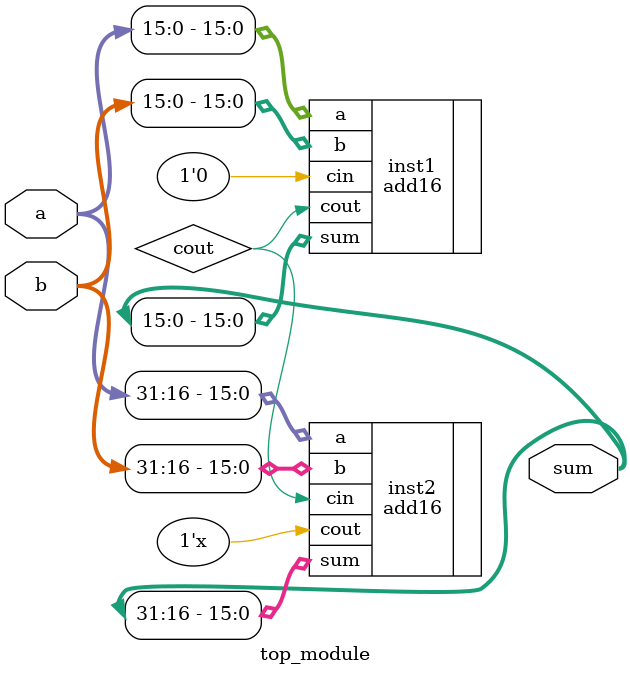
<source format=v>
module top_module(
    input [31:0] a,
    input [31:0] b,
    output [31:0] sum
);
	wire cout;
    add16 inst1(.a(a[15:0]), .b(b[15:0]), .cin(1'b0), .cout(cout), .sum(sum[15:0]));
    add16 inst2(.a(a[31:16]), .b(b[31:16]), .cin(cout), .cout(1'bx),.sum(sum[31:16]));               
endmodule

</source>
